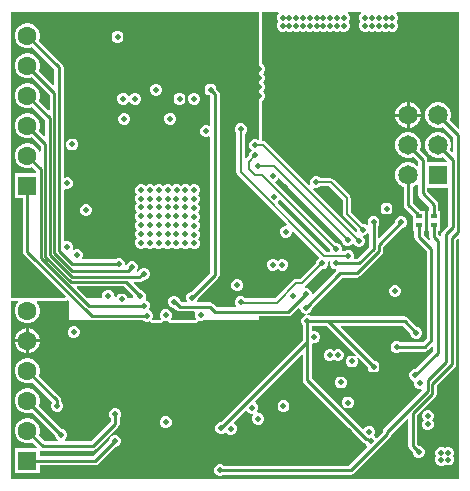
<source format=gbl>
G04*
G04 #@! TF.GenerationSoftware,Altium Limited,Altium Designer,21.6.1 (37)*
G04*
G04 Layer_Physical_Order=4*
G04 Layer_Color=16711680*
%FSLAX25Y25*%
%MOIN*%
G70*
G04*
G04 #@! TF.SameCoordinates,953C7FF0-8441-463C-8B19-84221F089CF9*
G04*
G04*
G04 #@! TF.FilePolarity,Positive*
G04*
G01*
G75*
%ADD11C,0.00787*%
%ADD15R,0.01968X0.01575*%
%ADD57C,0.01000*%
%ADD58C,0.00512*%
%ADD68C,0.06299*%
%ADD69R,0.06299X0.06299*%
%ADD70C,0.06496*%
%ADD71R,0.06496X0.06496*%
%ADD72C,0.01968*%
G36*
X515551Y287481D02*
X515089Y287290D01*
X512366Y290013D01*
X512423Y290112D01*
X512713Y291193D01*
Y292311D01*
X512423Y293392D01*
X511864Y294360D01*
X511073Y295151D01*
X510104Y295710D01*
X509024Y296000D01*
X507905D01*
X506825Y295710D01*
X505856Y295151D01*
X505065Y294360D01*
X504506Y293392D01*
X504216Y292311D01*
Y291193D01*
X504506Y290112D01*
X505065Y289144D01*
X505856Y288353D01*
X506825Y287793D01*
X507905Y287504D01*
X509024D01*
X510104Y287793D01*
X510203Y287850D01*
X513530Y284524D01*
Y279503D01*
X513068Y279312D01*
X512366Y280013D01*
X512423Y280112D01*
X512713Y281193D01*
Y282311D01*
X512423Y283392D01*
X511864Y284360D01*
X511073Y285151D01*
X510104Y285711D01*
X509024Y286000D01*
X507905D01*
X506825Y285711D01*
X505856Y285151D01*
X505065Y284360D01*
X504506Y283392D01*
X504216Y282311D01*
Y281193D01*
X504506Y280112D01*
X505065Y279144D01*
X505856Y278353D01*
X506825Y277793D01*
X507905Y277504D01*
X509024D01*
X510104Y277793D01*
X510203Y277851D01*
X511554Y276500D01*
X511347Y276000D01*
X504782D01*
Y276964D01*
X504665Y277550D01*
X504334Y278046D01*
X502366Y280013D01*
X502423Y280112D01*
X502713Y281193D01*
Y282311D01*
X502423Y283392D01*
X501864Y284360D01*
X501073Y285151D01*
X500104Y285711D01*
X499024Y286000D01*
X497905D01*
X496825Y285711D01*
X495856Y285151D01*
X495065Y284360D01*
X494506Y283392D01*
X494216Y282311D01*
Y281193D01*
X494506Y280112D01*
X495065Y279144D01*
X495856Y278353D01*
X496825Y277793D01*
X497905Y277504D01*
X499024D01*
X500104Y277793D01*
X500203Y277851D01*
X501723Y276331D01*
Y275155D01*
X501261Y274963D01*
X501073Y275151D01*
X500104Y275711D01*
X499024Y276000D01*
X497905D01*
X496825Y275711D01*
X495856Y275151D01*
X495065Y274360D01*
X494506Y273392D01*
X494216Y272311D01*
Y271193D01*
X494506Y270112D01*
X495065Y269144D01*
X495856Y268353D01*
X496825Y267793D01*
X496935Y267764D01*
Y261772D01*
X497052Y261186D01*
X497383Y260690D01*
X500083Y257991D01*
Y253232D01*
X500560D01*
Y251159D01*
X500676Y250574D01*
X501008Y250078D01*
X504671Y246414D01*
Y217366D01*
X503303Y215998D01*
X495863D01*
X495711Y216151D01*
X494981Y216453D01*
X494192D01*
X493463Y216151D01*
X492904Y215593D01*
X492602Y214863D01*
Y214074D01*
X492904Y213345D01*
X493463Y212786D01*
X494192Y212484D01*
X494981D01*
X495711Y212786D01*
X495863Y212939D01*
X503937D01*
X504522Y213055D01*
X505019Y213387D01*
X506276Y214645D01*
X506738Y214454D01*
Y213232D01*
X500609Y207102D01*
X500393D01*
X499663Y206800D01*
X499105Y206242D01*
X498803Y205513D01*
Y204723D01*
X499105Y203994D01*
X499663Y203436D01*
X499972Y203308D01*
X500286Y202785D01*
Y201996D01*
X500588Y201267D01*
X501146Y200709D01*
X501876Y200406D01*
X502665D01*
X502862Y200488D01*
X503145Y200064D01*
X490391Y187310D01*
X490391Y187310D01*
X490391Y187310D01*
X490059Y186814D01*
X489943Y186229D01*
Y186039D01*
X488105Y184201D01*
X487500Y184303D01*
X487313Y184489D01*
X487214Y185097D01*
X487516Y185826D01*
Y186615D01*
X487214Y187345D01*
X486656Y187903D01*
X485926Y188205D01*
X485137D01*
X484408Y187903D01*
X483849Y187345D01*
X483799Y187223D01*
X483309Y187126D01*
X466392Y204043D01*
Y215500D01*
X466739Y215732D01*
X467528D01*
X468258Y216034D01*
X468816Y216593D01*
X469118Y217322D01*
Y218111D01*
X468816Y218841D01*
X468258Y219399D01*
X467528Y219701D01*
X466739D01*
X466392Y219933D01*
Y221601D01*
X471118D01*
X480915Y211804D01*
X480632Y211380D01*
X480028Y211630D01*
X479239D01*
X478510Y211328D01*
X477952Y210770D01*
X477650Y210040D01*
Y209251D01*
X477952Y208522D01*
X478510Y207963D01*
X479239Y207661D01*
X480028D01*
X480758Y207963D01*
X481316Y208522D01*
X481618Y209251D01*
Y210040D01*
X481368Y210644D01*
X481792Y210927D01*
X484925Y207794D01*
Y207578D01*
X485227Y206849D01*
X485785Y206290D01*
X486515Y205988D01*
X487304D01*
X488033Y206290D01*
X488592Y206849D01*
X488894Y207578D01*
Y208367D01*
X488592Y209096D01*
X488033Y209655D01*
X487304Y209957D01*
X487088D01*
X475906Y221139D01*
X476097Y221601D01*
X496611D01*
X499197Y219014D01*
Y218798D01*
X499499Y218069D01*
X500057Y217511D01*
X500786Y217209D01*
X501576D01*
X502305Y217511D01*
X502863Y218069D01*
X503165Y218798D01*
Y219588D01*
X502863Y220317D01*
X502305Y220875D01*
X501576Y221177D01*
X501360D01*
X498325Y224211D01*
X497829Y224543D01*
X497244Y224659D01*
X466139D01*
X465986Y224812D01*
X465257Y225114D01*
X464959D01*
X464860Y225614D01*
X465494Y225877D01*
X466052Y226435D01*
X466354Y227164D01*
Y227380D01*
X476519Y237545D01*
X481299D01*
X481884Y237662D01*
X482381Y237993D01*
X489719Y245332D01*
X490051Y245828D01*
X490167Y246413D01*
Y247847D01*
X496340Y254020D01*
X496556D01*
X497285Y254322D01*
X497844Y254880D01*
X498146Y255609D01*
Y256399D01*
X497844Y257128D01*
X497285Y257686D01*
X496556Y257988D01*
X495767D01*
X495037Y257686D01*
X494479Y257128D01*
X494177Y256399D01*
Y256183D01*
X488901Y250906D01*
X488439Y251097D01*
Y254826D01*
X488592Y254978D01*
X488894Y255708D01*
Y256497D01*
X488592Y257226D01*
X488033Y257785D01*
X487304Y258087D01*
X486515D01*
X485785Y257785D01*
X485227Y257226D01*
X484925Y256497D01*
Y255708D01*
X485004Y255517D01*
X484580Y255234D01*
X484490Y255324D01*
X483761Y255626D01*
X483193D01*
X479332Y259487D01*
Y264075D01*
X479234Y264565D01*
X478957Y264980D01*
X473642Y270295D01*
X473226Y270573D01*
X472736Y270670D01*
X469242D01*
X468841Y271072D01*
X468111Y271374D01*
X467322D01*
X466593Y271072D01*
X466034Y270514D01*
X465732Y269784D01*
Y268995D01*
X465818Y268789D01*
X465394Y268506D01*
X451202Y282698D01*
X450741Y283006D01*
X450197Y283114D01*
X450137D01*
X450117Y283126D01*
X450002Y283234D01*
X449873Y283425D01*
X449803Y283614D01*
X449819Y283653D01*
Y283753D01*
X449838Y283852D01*
Y296503D01*
X449943Y296546D01*
X450501Y297104D01*
X450803Y297834D01*
Y298623D01*
X450501Y299352D01*
X450149Y299705D01*
X450501Y300057D01*
X450803Y300786D01*
Y301576D01*
X450501Y302305D01*
X450149Y302658D01*
X450501Y303010D01*
X450803Y303739D01*
Y304528D01*
X450501Y305258D01*
X450149Y305610D01*
X450501Y305963D01*
X450803Y306692D01*
Y307481D01*
X450501Y308211D01*
X449943Y308769D01*
X449838Y308812D01*
Y326181D01*
X455050D01*
X455257Y325681D01*
X454912Y325337D01*
X454610Y324607D01*
Y323818D01*
X454912Y323089D01*
X455117Y322884D01*
X454912Y322679D01*
X454610Y321950D01*
Y321160D01*
X454912Y320431D01*
X455471Y319873D01*
X456200Y319571D01*
X456989D01*
X457719Y319873D01*
X457726Y319881D01*
X457734Y319873D01*
X458464Y319571D01*
X459253D01*
X459982Y319873D01*
X459990Y319881D01*
X459998Y319873D01*
X460727Y319571D01*
X461517D01*
X462246Y319873D01*
X462254Y319881D01*
X462262Y319873D01*
X462991Y319571D01*
X463780D01*
X464510Y319873D01*
X464518Y319881D01*
X464526Y319873D01*
X465255Y319571D01*
X466044D01*
X466774Y319873D01*
X466782Y319881D01*
X466789Y319873D01*
X467519Y319571D01*
X468308D01*
X469037Y319873D01*
X469045Y319881D01*
X469053Y319873D01*
X469782Y319571D01*
X470572D01*
X471301Y319873D01*
X471309Y319881D01*
X471317Y319873D01*
X472046Y319571D01*
X472836D01*
X473565Y319873D01*
X473573Y319881D01*
X473581Y319873D01*
X474310Y319571D01*
X475099D01*
X475829Y319873D01*
X475837Y319881D01*
X475844Y319873D01*
X476574Y319571D01*
X477363D01*
X478092Y319873D01*
X478651Y320431D01*
X478953Y321160D01*
Y321950D01*
X478651Y322679D01*
X478446Y322884D01*
X478651Y323089D01*
X478953Y323818D01*
Y324607D01*
X478651Y325337D01*
X478306Y325681D01*
X478513Y326181D01*
X482609D01*
X482816Y325681D01*
X482471Y325337D01*
X482169Y324607D01*
Y323818D01*
X482471Y323089D01*
X482676Y322884D01*
X482471Y322679D01*
X482169Y321950D01*
Y321160D01*
X482471Y320431D01*
X483030Y319873D01*
X483759Y319571D01*
X484548D01*
X485278Y319873D01*
X485285Y319881D01*
X485293Y319873D01*
X486023Y319571D01*
X486812D01*
X487541Y319873D01*
X487549Y319881D01*
X487557Y319873D01*
X488286Y319571D01*
X489076D01*
X489805Y319873D01*
X489813Y319881D01*
X489821Y319873D01*
X490550Y319571D01*
X491340D01*
X492069Y319873D01*
X492077Y319881D01*
X492085Y319873D01*
X492814Y319571D01*
X493603D01*
X494333Y319873D01*
X494891Y320431D01*
X495193Y321160D01*
Y321950D01*
X494891Y322679D01*
X494686Y322884D01*
X494891Y323089D01*
X495193Y323818D01*
Y324607D01*
X494891Y325337D01*
X494546Y325681D01*
X494753Y326181D01*
X515551D01*
Y287481D01*
D02*
G37*
G36*
X448819Y283852D02*
X448319Y283518D01*
X447934Y283677D01*
X447145D01*
X446415Y283375D01*
X445857Y282817D01*
X445555Y282088D01*
Y281298D01*
X445857Y280569D01*
X446308Y280118D01*
X445759Y279569D01*
X445457Y278840D01*
Y278470D01*
X444539Y277553D01*
X444039Y277760D01*
Y285623D01*
X444300Y285884D01*
X444602Y286613D01*
Y287403D01*
X444300Y288132D01*
X443742Y288690D01*
X443013Y288992D01*
X442223D01*
X441494Y288690D01*
X440936Y288132D01*
X440634Y287403D01*
Y286613D01*
X440936Y285884D01*
X441197Y285623D01*
Y272736D01*
X441305Y272192D01*
X441613Y271731D01*
X457908Y255437D01*
X457701Y254937D01*
X457282D01*
X456553Y254635D01*
X455995Y254077D01*
X455693Y253347D01*
Y252558D01*
X455995Y251829D01*
X456553Y251271D01*
X457282Y250969D01*
X458072D01*
X458801Y251271D01*
X459359Y251829D01*
X459661Y252558D01*
Y252976D01*
X460161Y253183D01*
X463204Y250141D01*
Y250141D01*
X463204Y250141D01*
X468810Y244534D01*
X468762Y244047D01*
X468659Y244005D01*
X468101Y243447D01*
X467799Y242718D01*
Y242348D01*
X462537Y237086D01*
X461146D01*
X460602Y236977D01*
X460141Y236669D01*
X454180Y230709D01*
X448819D01*
Y230653D01*
X444102D01*
X443742Y231013D01*
X443013Y231315D01*
X442223D01*
X441494Y231013D01*
X440936Y230455D01*
X440634Y229725D01*
Y228936D01*
X440936Y228207D01*
X440970Y228172D01*
X440779Y227711D01*
X434787D01*
X433562Y228936D01*
X433066Y229267D01*
X432480Y229384D01*
X428316D01*
X428131Y229884D01*
X428411Y230560D01*
Y230776D01*
X435137Y237501D01*
X435468Y237997D01*
X435584Y238583D01*
Y298819D01*
X435468Y299404D01*
X435137Y299900D01*
X434563Y300474D01*
Y300690D01*
X434261Y301419D01*
X433703Y301977D01*
X432973Y302279D01*
X432184D01*
X431455Y301977D01*
X430897Y301419D01*
X430594Y300690D01*
Y299901D01*
X430897Y299171D01*
X431455Y298613D01*
X432184Y298311D01*
X432400D01*
X432526Y298185D01*
Y288430D01*
X432026Y288166D01*
X431485Y288390D01*
X430696D01*
X429967Y288088D01*
X429408Y287529D01*
X429106Y286800D01*
Y286011D01*
X429408Y285281D01*
X429967Y284723D01*
X430696Y284421D01*
X431485D01*
X432026Y284645D01*
X432526Y284381D01*
Y239216D01*
X426249Y232939D01*
X426032D01*
X425303Y232637D01*
X424745Y232079D01*
X424443Y231349D01*
Y230560D01*
X424723Y229884D01*
X424539Y229384D01*
X422943D01*
X422326Y230001D01*
X422056Y230651D01*
X421498Y231210D01*
X420769Y231512D01*
X419979D01*
X419250Y231210D01*
X418692Y230651D01*
X418390Y229922D01*
Y229133D01*
X418692Y228404D01*
X419250Y227845D01*
X419979Y227543D01*
X420457D01*
X421228Y226773D01*
X421724Y226441D01*
X422309Y226325D01*
X427196D01*
X427525Y225825D01*
X427347Y225395D01*
Y224605D01*
X427628Y223925D01*
X427446Y223425D01*
X419503D01*
X419321Y223925D01*
X419602Y224605D01*
Y225395D01*
X419300Y226124D01*
X418742Y226682D01*
X418013Y226984D01*
X417223D01*
X416494Y226682D01*
X415936Y226124D01*
X415634Y225395D01*
Y224605D01*
X415916Y223925D01*
X415733Y223425D01*
X413400D01*
X413161Y223925D01*
X413402Y224507D01*
Y225296D01*
X413099Y226026D01*
X412541Y226584D01*
X412320Y226675D01*
X412142Y227189D01*
X412417Y227853D01*
Y228643D01*
X412115Y229372D01*
X411557Y229930D01*
X411024Y230151D01*
Y230906D01*
X411024D01*
X410922Y231057D01*
X410941Y231101D01*
Y231891D01*
X410639Y232620D01*
X410081Y233178D01*
X409351Y233480D01*
X409135D01*
X406910Y235705D01*
X407101Y236168D01*
X408891D01*
X409477Y236284D01*
X409973Y236615D01*
X410251Y236894D01*
X410729D01*
X411459Y237196D01*
X412017Y237754D01*
X412319Y238483D01*
Y239273D01*
X412017Y240002D01*
X411459Y240560D01*
X410729Y240862D01*
X409940D01*
X409211Y240560D01*
X408652Y240002D01*
X408446Y239503D01*
X408283Y239490D01*
X408083Y239925D01*
X408086Y240001D01*
X408111Y240026D01*
X408413Y240755D01*
Y241544D01*
X408111Y242274D01*
X407553Y242832D01*
X406824Y243134D01*
X406034D01*
X405305Y242832D01*
X404747Y242274D01*
X404534Y241761D01*
X404453Y241750D01*
X403953Y242187D01*
Y242521D01*
X403651Y243250D01*
X403092Y243808D01*
X402363Y244110D01*
X401574D01*
X400844Y243808D01*
X400692Y243655D01*
X390028D01*
X389757Y244155D01*
X389976Y244684D01*
Y245473D01*
X389674Y246203D01*
X389116Y246761D01*
X388387Y247063D01*
X387597D01*
X387132Y246870D01*
X386749Y247253D01*
X386827Y247440D01*
Y248229D01*
X386525Y248959D01*
X385966Y249517D01*
X385237Y249819D01*
X384448D01*
X384116Y249681D01*
X383616Y250015D01*
Y266774D01*
X384116Y267108D01*
X384349Y267012D01*
X385139D01*
X385868Y267314D01*
X386426Y267872D01*
X386728Y268601D01*
Y269391D01*
X386426Y270120D01*
X385868Y270678D01*
X385139Y270980D01*
X384349D01*
X384116Y270884D01*
X383616Y271218D01*
Y307658D01*
X383500Y308243D01*
X383168Y308739D01*
X375384Y316523D01*
X375422Y316587D01*
X375705Y317643D01*
Y318735D01*
X375422Y319791D01*
X374876Y320737D01*
X374103Y321510D01*
X373157Y322056D01*
X372101Y322339D01*
X371009D01*
X369953Y322056D01*
X369007Y321510D01*
X368235Y320737D01*
X367688Y319791D01*
X367406Y318735D01*
Y317643D01*
X367688Y316587D01*
X368235Y315641D01*
X369007Y314868D01*
X369953Y314322D01*
X371009Y314039D01*
X372101D01*
X373157Y314322D01*
X373222Y314360D01*
X380557Y307024D01*
Y302003D01*
X380095Y301812D01*
X375384Y306522D01*
X375422Y306587D01*
X375705Y307643D01*
Y308735D01*
X375422Y309791D01*
X374876Y310737D01*
X374103Y311509D01*
X373157Y312056D01*
X372101Y312339D01*
X371009D01*
X369953Y312056D01*
X369007Y311509D01*
X368235Y310737D01*
X367688Y309791D01*
X367406Y308735D01*
Y307643D01*
X367688Y306587D01*
X368235Y305641D01*
X369007Y304869D01*
X369953Y304322D01*
X371009Y304039D01*
X372101D01*
X373157Y304322D01*
X373222Y304360D01*
X378998Y298583D01*
Y293562D01*
X378536Y293371D01*
X375384Y296522D01*
X375422Y296587D01*
X375705Y297643D01*
Y298735D01*
X375422Y299791D01*
X374876Y300737D01*
X374103Y301509D01*
X373157Y302056D01*
X372101Y302339D01*
X371009D01*
X369953Y302056D01*
X369007Y301509D01*
X368235Y300737D01*
X367688Y299791D01*
X367406Y298735D01*
Y297643D01*
X367688Y296587D01*
X368235Y295641D01*
X369007Y294868D01*
X369953Y294322D01*
X371009Y294039D01*
X372101D01*
X373157Y294322D01*
X373222Y294360D01*
X377486Y290095D01*
Y285074D01*
X377024Y284883D01*
X375384Y286523D01*
X375422Y286587D01*
X375705Y287643D01*
Y288735D01*
X375422Y289791D01*
X374876Y290737D01*
X374103Y291510D01*
X373157Y292056D01*
X372101Y292339D01*
X371009D01*
X369953Y292056D01*
X369007Y291510D01*
X368235Y290737D01*
X367688Y289791D01*
X367406Y288735D01*
Y287643D01*
X367688Y286587D01*
X368235Y285641D01*
X369007Y284869D01*
X369953Y284322D01*
X371009Y284039D01*
X372101D01*
X373157Y284322D01*
X373222Y284360D01*
X375974Y281607D01*
Y279660D01*
X375475Y279594D01*
X375422Y279791D01*
X374876Y280737D01*
X374103Y281509D01*
X373157Y282056D01*
X372101Y282339D01*
X371009D01*
X369953Y282056D01*
X369007Y281509D01*
X368235Y280737D01*
X367688Y279791D01*
X367406Y278735D01*
Y277643D01*
X367688Y276587D01*
X368235Y275641D01*
X369007Y274868D01*
X369953Y274322D01*
X371009Y274039D01*
X372101D01*
X373157Y274322D01*
X373222Y274360D01*
X374463Y273118D01*
Y272339D01*
X367406D01*
Y264039D01*
X370026D01*
Y246298D01*
X370142Y245713D01*
X370474Y245217D01*
X384323Y231367D01*
X384132Y230906D01*
X366142D01*
Y326181D01*
X448819D01*
Y283852D01*
D02*
G37*
G36*
X476771Y263544D02*
Y258957D01*
X476868Y258467D01*
X477146Y258051D01*
X481382Y253815D01*
Y253247D01*
X481398Y253209D01*
X480974Y252925D01*
X466832Y267067D01*
X467115Y267491D01*
X467322Y267406D01*
X468111D01*
X468841Y267708D01*
X469242Y268109D01*
X472206D01*
X476771Y263544D01*
D02*
G37*
G36*
X511758Y254964D02*
X509942Y253148D01*
X509611Y252652D01*
X509494Y252067D01*
Y251545D01*
X508994Y251338D01*
X508518Y251815D01*
Y253232D01*
X508972D01*
Y256382D01*
Y259957D01*
X508518D01*
Y261910D01*
X508401Y262495D01*
X508070Y262991D01*
X504782Y266279D01*
Y267504D01*
X511758D01*
Y254964D01*
D02*
G37*
G36*
X501723Y268349D02*
Y265646D01*
X501839Y265060D01*
X502171Y264564D01*
X505459Y261276D01*
Y259957D01*
X505004D01*
Y256382D01*
Y253232D01*
X505459D01*
Y251181D01*
X505575Y250596D01*
X505682Y250436D01*
X505294Y250117D01*
X503618Y251792D01*
Y253232D01*
X504051D01*
Y256382D01*
Y259957D01*
X502442D01*
X499994Y262405D01*
Y267764D01*
X500104Y267793D01*
X501073Y268353D01*
X501261Y268541D01*
X501723Y268349D01*
D02*
G37*
G36*
X472524Y247022D02*
Y246653D01*
X472290Y246303D01*
X471061D01*
X454970Y262393D01*
X455004Y262930D01*
X455525Y263450D01*
X456001Y263545D01*
X472524Y247022D01*
D02*
G37*
G36*
X476362Y249975D02*
Y249605D01*
X476664Y248876D01*
X477222Y248318D01*
X477952Y248016D01*
X478741D01*
X479470Y248318D01*
X479854Y248701D01*
X480372Y248680D01*
X480445Y248639D01*
X480963Y248121D01*
X481692Y247819D01*
X482481D01*
X483211Y248121D01*
X483769Y248679D01*
X484071Y249409D01*
Y250198D01*
X483769Y250927D01*
X483538Y251157D01*
X483745Y251658D01*
X483761D01*
X484490Y251960D01*
X484880Y252349D01*
X485380Y252142D01*
Y247779D01*
X481453Y243852D01*
X480715D01*
X480437Y244268D01*
X480528Y244487D01*
Y245277D01*
X480226Y246006D01*
X479667Y246564D01*
X478938Y246866D01*
X478149D01*
X477419Y246564D01*
X477190Y246335D01*
X476684Y246365D01*
X476492Y246653D01*
Y247442D01*
X476190Y248171D01*
X475632Y248729D01*
X474903Y249031D01*
X474533D01*
X454209Y269356D01*
X454307Y269846D01*
X454372Y269873D01*
X454930Y270431D01*
X455044Y270705D01*
X455534Y270803D01*
X476362Y249975D01*
D02*
G37*
G36*
X472560Y242805D02*
X472524Y242718D01*
Y241928D01*
X472826Y241199D01*
X473384Y240641D01*
X474113Y240339D01*
X474280D01*
X474487Y239839D01*
X466816Y232168D01*
X466354Y232360D01*
Y232481D01*
X466052Y233211D01*
X465494Y233769D01*
X464765Y234071D01*
X464149D01*
X463997Y234571D01*
X464130Y234660D01*
X469809Y240339D01*
X470178D01*
X470907Y240641D01*
X471466Y241199D01*
X471768Y241928D01*
Y242718D01*
X471732Y242805D01*
X472030Y243251D01*
X472262D01*
X472560Y242805D01*
D02*
G37*
G36*
X406884Y231405D02*
X406760Y230906D01*
X404856D01*
X404635Y231439D01*
X404077Y231997D01*
X403347Y232299D01*
X402558D01*
X401829Y231997D01*
X401271Y231439D01*
X401135Y231111D01*
X400967Y231101D01*
X400508Y231555D01*
Y231989D01*
X400206Y232718D01*
X399648Y233277D01*
X398918Y233579D01*
X398129D01*
X397400Y233277D01*
X396842Y232718D01*
X396539Y231989D01*
Y231200D01*
X396343Y230906D01*
X391249D01*
X387960Y234194D01*
X388152Y234656D01*
X403634D01*
X406884Y231405D01*
D02*
G37*
G36*
X515551Y250629D02*
Y170374D01*
X366142D01*
Y229886D01*
X368344D01*
X368536Y229424D01*
X368235Y229123D01*
X367688Y228176D01*
X367406Y227121D01*
Y226028D01*
X367688Y224973D01*
X368235Y224027D01*
X369007Y223254D01*
X369953Y222708D01*
X371009Y222425D01*
X372101D01*
X373157Y222708D01*
X374103Y223254D01*
X374876Y224027D01*
X375422Y224973D01*
X375705Y226028D01*
Y227121D01*
X375422Y228176D01*
X374876Y229123D01*
X374574Y229424D01*
X374766Y229886D01*
X384132D01*
X384522Y229963D01*
X384853Y230185D01*
X384955Y230195D01*
X385447Y229758D01*
Y223425D01*
X392685D01*
X392952Y223372D01*
X410141D01*
X410293Y223219D01*
X411023Y222917D01*
X411812D01*
X412397Y223160D01*
X412481Y222984D01*
X412584Y222847D01*
X412679Y222704D01*
X412703Y222689D01*
X412720Y222666D01*
X412867Y222579D01*
X413010Y222483D01*
X413038Y222478D01*
X413062Y222463D01*
X413232Y222439D01*
X413400Y222406D01*
X415733D01*
X415756Y222410D01*
X415778Y222407D01*
X415950Y222449D01*
X416124Y222483D01*
X416142Y222496D01*
X416164Y222501D01*
X416307Y222606D01*
X416454Y222704D01*
X416467Y222723D01*
X416485Y222736D01*
X416577Y222888D01*
X416676Y223035D01*
X417153Y223045D01*
X417223Y223016D01*
X418013D01*
X418083Y223045D01*
X418561Y223035D01*
X418659Y222888D01*
X418751Y222736D01*
X418769Y222723D01*
X418782Y222704D01*
X418929Y222606D01*
X419072Y222501D01*
X419094Y222496D01*
X419113Y222483D01*
X419286Y222449D01*
X419458Y222407D01*
X419481Y222410D01*
X419503Y222406D01*
X427446D01*
X427468Y222410D01*
X427490Y222407D01*
X427662Y222449D01*
X427836Y222483D01*
X427855Y222496D01*
X427877Y222501D01*
X428020Y222606D01*
X428167Y222704D01*
X428180Y222723D01*
X428198Y222736D01*
X428290Y222888D01*
X428388Y223035D01*
X428866Y223045D01*
X428936Y223016D01*
X429725D01*
X430455Y223318D01*
X430562Y223425D01*
X448819D01*
Y224652D01*
X458465D01*
X459050Y224768D01*
X459546Y225100D01*
X461924Y227478D01*
X462386Y227286D01*
Y227164D01*
X462688Y226435D01*
X463246Y225877D01*
X463975Y225575D01*
X464273D01*
X464372Y225075D01*
X463738Y224812D01*
X463180Y224254D01*
X462878Y223525D01*
Y222735D01*
X463180Y222006D01*
X463333Y221853D01*
Y216677D01*
X435981Y189325D01*
X435765D01*
X435036Y189023D01*
X434478Y188465D01*
X434176Y187736D01*
Y186946D01*
X434478Y186217D01*
X435036Y185659D01*
X435765Y185357D01*
X436555D01*
X437284Y185659D01*
X437685Y186060D01*
X438167Y185577D01*
X438896Y185275D01*
X439686D01*
X440415Y185577D01*
X440973Y186135D01*
X441275Y186865D01*
Y187654D01*
X440973Y188383D01*
X440415Y188942D01*
X440333Y189352D01*
X444343Y193361D01*
X444833Y193263D01*
X444873Y193167D01*
X445431Y192609D01*
X446160Y192307D01*
X446766D01*
X446990Y191824D01*
X446841Y191675D01*
X446539Y190946D01*
Y190156D01*
X446841Y189427D01*
X447400Y188869D01*
X448129Y188567D01*
X448918D01*
X449648Y188869D01*
X450206Y189427D01*
X450508Y190156D01*
Y190946D01*
X450206Y191675D01*
X449648Y192233D01*
X448918Y192535D01*
X448313D01*
X448089Y193019D01*
X448237Y193167D01*
X448539Y193897D01*
Y194686D01*
X448237Y195415D01*
X447679Y195974D01*
X447583Y196013D01*
X447485Y196504D01*
X462871Y211889D01*
X463333Y211698D01*
Y203409D01*
X463449Y202824D01*
X463781Y202328D01*
X483241Y182867D01*
X483738Y182536D01*
X484023Y182479D01*
X484243Y181947D01*
X484801Y181389D01*
X484883Y180979D01*
X478859Y174955D01*
X437005D01*
X436852Y175107D01*
X436123Y175409D01*
X435334D01*
X434604Y175107D01*
X434046Y174549D01*
X433744Y173820D01*
Y173030D01*
X434046Y172301D01*
X434604Y171743D01*
X435334Y171441D01*
X436123D01*
X436852Y171743D01*
X437005Y171896D01*
X479492D01*
X479492Y171896D01*
X480077Y172012D01*
X480574Y172344D01*
X492554Y184324D01*
X492885Y184820D01*
X493002Y185406D01*
Y185595D01*
X498009Y190602D01*
X498471Y190411D01*
Y181430D01*
X498587Y180845D01*
X498919Y180349D01*
X500017Y179250D01*
Y179034D01*
X500319Y178305D01*
X500877Y177747D01*
X501606Y177445D01*
X502396D01*
X503125Y177747D01*
X503683Y178305D01*
X503985Y179034D01*
Y179824D01*
X503683Y180553D01*
X503125Y181111D01*
X502396Y181413D01*
X502180D01*
X501529Y182064D01*
Y191788D01*
X507514Y197773D01*
X507846Y198269D01*
X507963Y198854D01*
Y201666D01*
X514074Y207777D01*
X514405Y208273D01*
X514522Y208858D01*
Y250252D01*
X515089Y250820D01*
X515551Y250629D01*
D02*
G37*
%LPC*%
G36*
X499024Y296000D02*
X498965D01*
Y292252D01*
X502713D01*
Y292311D01*
X502423Y293392D01*
X501864Y294360D01*
X501073Y295151D01*
X500104Y295710D01*
X499024Y296000D01*
D02*
G37*
G36*
X497964D02*
X497905D01*
X496825Y295710D01*
X495856Y295151D01*
X495065Y294360D01*
X494506Y293392D01*
X494216Y292311D01*
Y292252D01*
X497964D01*
Y296000D01*
D02*
G37*
G36*
X502713Y291252D02*
X498965D01*
Y287504D01*
X499024D01*
X500104Y287793D01*
X501073Y288353D01*
X501864Y289144D01*
X502423Y290112D01*
X502713Y291193D01*
Y291252D01*
D02*
G37*
G36*
X497964D02*
X494216D01*
Y291193D01*
X494506Y290112D01*
X495065Y289144D01*
X495856Y288353D01*
X496825Y287793D01*
X497905Y287504D01*
X497964D01*
Y291252D01*
D02*
G37*
G36*
X491635Y262614D02*
X490845D01*
X490116Y262312D01*
X489558Y261754D01*
X489256Y261025D01*
Y260235D01*
X489558Y259506D01*
X490116Y258948D01*
X490845Y258646D01*
X491635D01*
X492364Y258948D01*
X492922Y259506D01*
X493224Y260235D01*
Y261025D01*
X492922Y261754D01*
X492364Y262312D01*
X491635Y262614D01*
D02*
G37*
G36*
X494489Y235154D02*
X493700D01*
X492971Y234852D01*
X492412Y234293D01*
X492110Y233564D01*
Y232775D01*
X492412Y232045D01*
X492971Y231487D01*
X493700Y231185D01*
X494489D01*
X495219Y231487D01*
X495777Y232045D01*
X496079Y232775D01*
Y233564D01*
X495777Y234293D01*
X495219Y234852D01*
X494489Y235154D01*
D02*
G37*
G36*
X475485Y213697D02*
X474696D01*
X473967Y213395D01*
X473713Y213141D01*
X473459Y213395D01*
X472729Y213697D01*
X471940D01*
X471211Y213395D01*
X470652Y212837D01*
X470350Y212107D01*
Y211318D01*
X470652Y210589D01*
X471211Y210030D01*
X471940Y209728D01*
X472729D01*
X473459Y210030D01*
X473713Y210284D01*
X473967Y210030D01*
X474696Y209728D01*
X475485D01*
X476215Y210030D01*
X476773Y210589D01*
X477075Y211318D01*
Y212107D01*
X476773Y212837D01*
X476215Y213395D01*
X475485Y213697D01*
D02*
G37*
G36*
X476379Y204642D02*
X475590D01*
X474860Y204340D01*
X474302Y203782D01*
X474000Y203052D01*
Y202263D01*
X474302Y201534D01*
X474860Y200975D01*
X475590Y200673D01*
X476379D01*
X477108Y200975D01*
X477666Y201534D01*
X477969Y202263D01*
Y203052D01*
X477666Y203782D01*
X477108Y204340D01*
X476379Y204642D01*
D02*
G37*
G36*
X478741Y197949D02*
X477952D01*
X477222Y197647D01*
X476664Y197089D01*
X476362Y196359D01*
Y195570D01*
X476664Y194841D01*
X477222Y194282D01*
X477952Y193980D01*
X478741D01*
X479470Y194282D01*
X480029Y194841D01*
X480331Y195570D01*
Y196359D01*
X480029Y197089D01*
X479470Y197647D01*
X478741Y197949D01*
D02*
G37*
G36*
X401969Y319898D02*
X401180D01*
X400451Y319596D01*
X399893Y319037D01*
X399590Y318308D01*
Y317519D01*
X399893Y316789D01*
X400451Y316231D01*
X401180Y315929D01*
X401969D01*
X402699Y316231D01*
X403257Y316789D01*
X403559Y317519D01*
Y318308D01*
X403257Y319037D01*
X402699Y319596D01*
X401969Y319898D01*
D02*
G37*
G36*
X407875Y299228D02*
X407086D01*
X406356Y298926D01*
X405798Y298368D01*
X405762Y298280D01*
X405262D01*
X405226Y298368D01*
X404667Y298926D01*
X403938Y299228D01*
X403149D01*
X402419Y298926D01*
X401861Y298368D01*
X401559Y297639D01*
Y296849D01*
X401861Y296120D01*
X402419Y295562D01*
X403149Y295260D01*
X403938D01*
X404667Y295562D01*
X405226Y296120D01*
X405262Y296208D01*
X405762D01*
X405798Y296120D01*
X406356Y295562D01*
X407086Y295260D01*
X407875D01*
X408604Y295562D01*
X409163Y296120D01*
X409465Y296849D01*
Y297639D01*
X409163Y298368D01*
X408604Y298926D01*
X407875Y299228D01*
D02*
G37*
G36*
X414765Y302181D02*
X413975D01*
X413246Y301879D01*
X412688Y301321D01*
X412386Y300591D01*
Y299802D01*
X412688Y299073D01*
X413246Y298515D01*
X413975Y298213D01*
X414765D01*
X415494Y298515D01*
X416052Y299073D01*
X416354Y299802D01*
Y300591D01*
X416052Y301321D01*
X415494Y301879D01*
X414765Y302181D01*
D02*
G37*
G36*
X427560Y299228D02*
X426771D01*
X426041Y298926D01*
X425483Y298368D01*
X425181Y297639D01*
Y296849D01*
X425483Y296120D01*
X426041Y295562D01*
X426771Y295260D01*
X427560D01*
X428289Y295562D01*
X428848Y296120D01*
X429150Y296849D01*
Y297639D01*
X428848Y298368D01*
X428289Y298926D01*
X427560Y299228D01*
D02*
G37*
G36*
X422639D02*
X421849D01*
X421120Y298926D01*
X420562Y298368D01*
X420260Y297639D01*
Y296849D01*
X420562Y296120D01*
X421120Y295562D01*
X421849Y295260D01*
X422639D01*
X423368Y295562D01*
X423926Y296120D01*
X424228Y296849D01*
Y297639D01*
X423926Y298368D01*
X423368Y298926D01*
X422639Y299228D01*
D02*
G37*
G36*
X419588Y292535D02*
X418798D01*
X418069Y292233D01*
X417511Y291675D01*
X417209Y290946D01*
Y290157D01*
X417511Y289427D01*
X418069Y288869D01*
X418798Y288567D01*
X419588D01*
X420317Y288869D01*
X420875Y289427D01*
X421177Y290157D01*
Y290946D01*
X420875Y291675D01*
X420317Y292233D01*
X419588Y292535D01*
D02*
G37*
G36*
X404221Y292437D02*
X403432D01*
X402703Y292135D01*
X402145Y291577D01*
X401842Y290847D01*
Y290058D01*
X402145Y289329D01*
X402703Y288771D01*
X403432Y288469D01*
X404221D01*
X404951Y288771D01*
X405509Y289329D01*
X405811Y290058D01*
Y290847D01*
X405509Y291577D01*
X404951Y292135D01*
X404221Y292437D01*
D02*
G37*
G36*
X386910Y283972D02*
X386121D01*
X385392Y283670D01*
X384834Y283112D01*
X384531Y282383D01*
Y281593D01*
X384834Y280864D01*
X385392Y280306D01*
X386121Y280004D01*
X386910D01*
X387640Y280306D01*
X388198Y280864D01*
X388500Y281593D01*
Y282383D01*
X388198Y283112D01*
X387640Y283670D01*
X386910Y283972D01*
D02*
G37*
G36*
X427560Y268717D02*
X426771D01*
X426041Y268414D01*
X425689Y268062D01*
X425337Y268414D01*
X424607Y268717D01*
X423818D01*
X423089Y268414D01*
X422736Y268062D01*
X422384Y268414D01*
X421655Y268717D01*
X420865D01*
X420136Y268414D01*
X419783Y268062D01*
X419431Y268414D01*
X418702Y268717D01*
X417912D01*
X417183Y268414D01*
X416831Y268062D01*
X416478Y268414D01*
X415749Y268717D01*
X414960D01*
X414230Y268414D01*
X413878Y268062D01*
X413526Y268414D01*
X412796Y268717D01*
X412007D01*
X411278Y268414D01*
X410925Y268062D01*
X410573Y268414D01*
X409843Y268717D01*
X409054D01*
X408325Y268414D01*
X407767Y267856D01*
X407465Y267127D01*
Y266338D01*
X407767Y265608D01*
X408022Y265353D01*
X407743Y265074D01*
X407441Y264345D01*
Y263555D01*
X407743Y262826D01*
X408095Y262473D01*
X407743Y262121D01*
X407441Y261392D01*
Y260602D01*
X407743Y259873D01*
X408095Y259521D01*
X407743Y259168D01*
X407441Y258439D01*
Y257650D01*
X407743Y256920D01*
X408095Y256568D01*
X407743Y256216D01*
X407441Y255486D01*
Y254697D01*
X407743Y253967D01*
X408095Y253615D01*
X407743Y253263D01*
X407441Y252534D01*
Y251744D01*
X407743Y251015D01*
X408095Y250662D01*
X407743Y250310D01*
X407441Y249581D01*
Y248791D01*
X407743Y248062D01*
X408301Y247504D01*
X409030Y247202D01*
X409820D01*
X410549Y247504D01*
X410902Y247856D01*
X411254Y247504D01*
X411983Y247202D01*
X412773D01*
X413502Y247504D01*
X413854Y247856D01*
X414207Y247504D01*
X414936Y247202D01*
X415725D01*
X416455Y247504D01*
X416807Y247856D01*
X417160Y247504D01*
X417889Y247202D01*
X418678D01*
X419407Y247504D01*
X419760Y247856D01*
X420112Y247504D01*
X420842Y247202D01*
X421631D01*
X422360Y247504D01*
X422713Y247856D01*
X423065Y247504D01*
X423794Y247202D01*
X424584D01*
X425313Y247504D01*
X425592Y247783D01*
X426041Y247334D01*
X426771Y247031D01*
X427560D01*
X428289Y247334D01*
X428848Y247892D01*
X429150Y248621D01*
Y249410D01*
X428848Y250140D01*
X428495Y250492D01*
X428848Y250845D01*
X429150Y251574D01*
Y252363D01*
X428848Y253093D01*
X428495Y253445D01*
X428848Y253797D01*
X429150Y254527D01*
Y255316D01*
X428848Y256045D01*
X428495Y256398D01*
X428848Y256750D01*
X429150Y257479D01*
Y258269D01*
X428848Y258998D01*
X428495Y259350D01*
X428848Y259703D01*
X429150Y260432D01*
Y261222D01*
X428848Y261951D01*
X428495Y262303D01*
X428848Y262655D01*
X429150Y263385D01*
Y264174D01*
X428848Y264903D01*
X428495Y265256D01*
X428848Y265608D01*
X429150Y266338D01*
Y267127D01*
X428848Y267856D01*
X428289Y268414D01*
X427560Y268717D01*
D02*
G37*
G36*
X391438Y262024D02*
X390649D01*
X389919Y261721D01*
X389361Y261163D01*
X389059Y260434D01*
Y259645D01*
X389361Y258915D01*
X389919Y258357D01*
X390649Y258055D01*
X391438D01*
X392167Y258357D01*
X392725Y258915D01*
X393028Y259645D01*
Y260434D01*
X392725Y261163D01*
X392167Y261721D01*
X391438Y262024D01*
D02*
G37*
G36*
X456891Y243915D02*
X456101D01*
X455372Y243613D01*
X454921Y243162D01*
X454470Y243613D01*
X453741Y243915D01*
X452952D01*
X452222Y243613D01*
X451664Y243055D01*
X451362Y242326D01*
Y241536D01*
X451664Y240807D01*
X452222Y240249D01*
X452952Y239947D01*
X453741D01*
X454470Y240249D01*
X454921Y240700D01*
X455372Y240249D01*
X456101Y239947D01*
X456891D01*
X457620Y240249D01*
X458178Y240807D01*
X458480Y241536D01*
Y242326D01*
X458178Y243055D01*
X457620Y243613D01*
X456891Y243915D01*
D02*
G37*
G36*
X441863Y236992D02*
X441074D01*
X440344Y236690D01*
X439786Y236132D01*
X439484Y235403D01*
Y234613D01*
X439786Y233884D01*
X440344Y233326D01*
X441074Y233024D01*
X441863D01*
X442592Y233326D01*
X443151Y233884D01*
X443453Y234613D01*
Y235403D01*
X443151Y236132D01*
X442592Y236690D01*
X441863Y236992D01*
D02*
G37*
G36*
X387385Y221391D02*
X386596D01*
X385867Y221089D01*
X385308Y220531D01*
X385006Y219802D01*
Y219012D01*
X385308Y218283D01*
X385867Y217725D01*
X386596Y217423D01*
X387385D01*
X388115Y217725D01*
X388673Y218283D01*
X388975Y219012D01*
Y219802D01*
X388673Y220531D01*
X388115Y221089D01*
X387385Y221391D01*
D02*
G37*
G36*
X372101Y220724D02*
X372055D01*
Y217075D01*
X375705D01*
Y217121D01*
X375422Y218177D01*
X374876Y219123D01*
X374103Y219895D01*
X373157Y220442D01*
X372101Y220724D01*
D02*
G37*
G36*
X371055D02*
X371009D01*
X369953Y220442D01*
X369007Y219895D01*
X368235Y219123D01*
X367688Y218177D01*
X367406Y217121D01*
Y217075D01*
X371055D01*
Y220724D01*
D02*
G37*
G36*
X375705Y216075D02*
X372055D01*
Y212425D01*
X372101D01*
X373157Y212708D01*
X374103Y213254D01*
X374876Y214027D01*
X375422Y214973D01*
X375705Y216028D01*
Y216075D01*
D02*
G37*
G36*
X371055D02*
X367406D01*
Y216028D01*
X367688Y214973D01*
X368235Y214027D01*
X369007Y213254D01*
X369953Y212708D01*
X371009Y212425D01*
X371055D01*
Y216075D01*
D02*
G37*
G36*
X372101Y210724D02*
X371009D01*
X369953Y210442D01*
X369007Y209895D01*
X368235Y209123D01*
X367688Y208176D01*
X367406Y207121D01*
Y206029D01*
X367688Y204973D01*
X368235Y204027D01*
X369007Y203254D01*
X369953Y202708D01*
X371009Y202425D01*
X372101D01*
X373157Y202708D01*
X373222Y202745D01*
X379781Y196186D01*
Y195927D01*
X379512Y195277D01*
Y194487D01*
X379814Y193758D01*
X380372Y193200D01*
X381101Y192898D01*
X381891D01*
X382620Y193200D01*
X383178Y193758D01*
X383480Y194487D01*
Y195277D01*
X383178Y196006D01*
X382840Y196344D01*
Y196819D01*
X382724Y197404D01*
X382392Y197901D01*
X375384Y204908D01*
X375422Y204973D01*
X375705Y206029D01*
Y207121D01*
X375422Y208176D01*
X374876Y209123D01*
X374103Y209895D01*
X373157Y210442D01*
X372101Y210724D01*
D02*
G37*
G36*
X457284Y196791D02*
X456495D01*
X455766Y196489D01*
X455207Y195931D01*
X454906Y195202D01*
Y194412D01*
X455207Y193683D01*
X455766Y193125D01*
X456495Y192823D01*
X457284D01*
X458014Y193125D01*
X458572Y193683D01*
X458874Y194412D01*
Y195202D01*
X458572Y195931D01*
X458014Y196489D01*
X457284Y196791D01*
D02*
G37*
G36*
X418013Y191354D02*
X417223D01*
X416494Y191052D01*
X415936Y190494D01*
X415634Y189765D01*
Y188975D01*
X415936Y188246D01*
X416494Y187688D01*
X417223Y187386D01*
X418013D01*
X418742Y187688D01*
X419300Y188246D01*
X419602Y188975D01*
Y189765D01*
X419300Y190494D01*
X418742Y191052D01*
X418013Y191354D01*
D02*
G37*
G36*
X505414Y193421D02*
X504625D01*
X503896Y193119D01*
X503337Y192561D01*
X503035Y191832D01*
Y191042D01*
X503337Y190313D01*
X503591Y190059D01*
X503337Y189805D01*
X503035Y189076D01*
Y188286D01*
X503337Y187557D01*
X503896Y186999D01*
X504625Y186697D01*
X505414D01*
X506144Y186999D01*
X506702Y187557D01*
X507004Y188286D01*
Y189076D01*
X506702Y189805D01*
X506448Y190059D01*
X506702Y190313D01*
X507004Y191042D01*
Y191832D01*
X506702Y192561D01*
X506144Y193119D01*
X505414Y193421D01*
D02*
G37*
G36*
X372101Y200724D02*
X371009D01*
X369953Y200442D01*
X369007Y199895D01*
X368235Y199123D01*
X367688Y198177D01*
X367406Y197121D01*
Y196028D01*
X367688Y194973D01*
X368235Y194027D01*
X369007Y193254D01*
X369953Y192708D01*
X371009Y192425D01*
X372101D01*
X373157Y192708D01*
X373184Y192724D01*
X380890Y185018D01*
Y184743D01*
X381192Y184014D01*
X381680Y183526D01*
X381615Y183195D01*
X381527Y183026D01*
X377267D01*
X375384Y184908D01*
X375422Y184973D01*
X375705Y186029D01*
Y187121D01*
X375422Y188177D01*
X374876Y189123D01*
X374103Y189895D01*
X373157Y190442D01*
X372101Y190724D01*
X371009D01*
X369953Y190442D01*
X369007Y189895D01*
X368235Y189123D01*
X367688Y188177D01*
X367406Y187121D01*
Y186029D01*
X367688Y184973D01*
X368235Y184027D01*
X369007Y183254D01*
X369953Y182708D01*
X371009Y182425D01*
X372101D01*
X373157Y182708D01*
X373222Y182745D01*
X374781Y181186D01*
X374589Y180724D01*
X367406D01*
Y172425D01*
X375705D01*
Y175045D01*
X394094D01*
X394680Y175162D01*
X395176Y175493D01*
X400868Y181185D01*
X401084D01*
X401813Y181487D01*
X402371Y182045D01*
X402673Y182775D01*
Y183564D01*
X402371Y184293D01*
X401813Y184851D01*
X401084Y185153D01*
X400294D01*
X399565Y184851D01*
X399007Y184293D01*
X398705Y183564D01*
Y183348D01*
X393461Y178104D01*
X375705D01*
Y179757D01*
X376205Y180052D01*
X376634Y179967D01*
X393307D01*
X393892Y180083D01*
X394389Y180415D01*
X401869Y187895D01*
X402200Y188391D01*
X402317Y188976D01*
Y190751D01*
X402470Y190904D01*
X402772Y191633D01*
Y192422D01*
X402470Y193151D01*
X401911Y193710D01*
X401182Y194012D01*
X400393D01*
X399663Y193710D01*
X399105Y193151D01*
X398803Y192422D01*
Y191633D01*
X399105Y190904D01*
X399258Y190751D01*
Y189610D01*
X392674Y183026D01*
X384221D01*
X384133Y183195D01*
X384068Y183526D01*
X384556Y184014D01*
X384858Y184743D01*
Y185532D01*
X384556Y186262D01*
X383998Y186820D01*
X383269Y187122D01*
X383112D01*
X375363Y194871D01*
X375422Y194973D01*
X375705Y196028D01*
Y197121D01*
X375422Y198177D01*
X374876Y199123D01*
X374103Y199895D01*
X373157Y200442D01*
X372101Y200724D01*
D02*
G37*
G36*
X512206Y181217D02*
X511416D01*
X510687Y180914D01*
X510613Y180840D01*
X509942Y181118D01*
X509153D01*
X508423Y180816D01*
X507865Y180258D01*
X507563Y179528D01*
Y178739D01*
X507865Y178010D01*
X507873Y178002D01*
X507865Y177994D01*
X507563Y177265D01*
Y176475D01*
X507865Y175746D01*
X508423Y175188D01*
X509153Y174886D01*
X509942D01*
X510671Y175188D01*
X510745Y175262D01*
X511416Y174984D01*
X512206D01*
X512935Y175286D01*
X513493Y175845D01*
X513795Y176574D01*
Y177363D01*
X513493Y178093D01*
X513485Y178100D01*
X513493Y178108D01*
X513795Y178838D01*
Y179627D01*
X513493Y180356D01*
X512935Y180914D01*
X512206Y181217D01*
D02*
G37*
%LPD*%
D11*
X478346Y250000D02*
Y250000D01*
X453642Y274705D02*
X478346Y250000D01*
X448241Y274705D02*
X453642D01*
X454713Y229232D02*
X461146Y235665D01*
X442717Y229232D02*
X454713D01*
X461146Y235665D02*
X463125D01*
X469783Y242323D01*
X442618Y272736D02*
Y287008D01*
Y272736D02*
X470472Y244882D01*
X450197Y281693D02*
X482087Y249803D01*
X447539Y281693D02*
X450197D01*
X470472Y244882D02*
X478543D01*
X442618Y229331D02*
X442717Y229232D01*
X445276Y273819D02*
Y276279D01*
X447441Y278445D01*
X447342Y271752D02*
X449803D01*
X445276Y273819D02*
X447342Y271752D01*
X449803D02*
X474508Y247047D01*
D15*
X502067Y258169D02*
D03*
Y255020D02*
D03*
X506988Y258169D02*
D03*
Y255020D02*
D03*
D57*
X491472Y186229D02*
X504921Y199677D01*
X500000Y192421D02*
X506433Y198854D01*
Y202299D02*
X512992Y208858D01*
X504921Y199677D02*
Y203346D01*
X511024Y209449D01*
X506433Y198854D02*
Y202299D01*
X500000Y181430D02*
Y192421D01*
Y181430D02*
X502001Y179429D01*
X432579Y300295D02*
X434055Y298819D01*
Y238583D02*
Y298819D01*
X426427Y230955D02*
X434055Y238583D01*
X386551Y239854D02*
X405143D01*
X377504Y244625D02*
Y282240D01*
X375992Y243999D02*
Y273752D01*
Y243999D02*
X391948Y228043D01*
X371555Y246298D02*
X392952Y224902D01*
X380528Y245878D02*
X386551Y239854D01*
X386417Y242126D02*
X401968D01*
X386570Y237697D02*
X408891D01*
X380528Y245878D02*
Y299217D01*
X382087Y246457D02*
X386417Y242126D01*
X377504Y244625D02*
X385944Y236185D01*
X382087Y246457D02*
Y307658D01*
X385944Y236185D02*
X404268D01*
X391948Y228043D02*
X409966D01*
X379016Y245251D02*
X386570Y237697D01*
X371555Y246298D02*
Y268189D01*
X379016Y245251D02*
Y290728D01*
X392952Y224902D02*
X411417D01*
X464370Y227559D02*
X475886Y239075D01*
X481299D01*
X420636Y229528D02*
X422309Y227854D01*
X432480D02*
X434154Y226181D01*
X422309Y227854D02*
X432480D01*
X458465Y226181D02*
X464370Y232087D01*
X434154Y226181D02*
X458465D01*
X420374Y229528D02*
X420636D01*
X464862Y203409D02*
Y216043D01*
Y223130D01*
X436160Y187341D02*
X464862Y216043D01*
X471752Y223130D02*
X497244D01*
X471752D02*
X486909Y207972D01*
X464862Y223130D02*
X471752D01*
X479492Y173425D02*
X491472Y185406D01*
X500787Y205118D02*
X508268Y212598D01*
X484323Y183949D02*
X484785D01*
X485663Y183071D02*
X485925D01*
X484785Y183949D02*
X485663Y183071D01*
X464862Y203409D02*
X484323Y183949D01*
X491472Y185406D02*
Y186229D01*
X435728Y173425D02*
X479492D01*
X371555Y288189D02*
X377504Y282240D01*
X371555Y278189D02*
X375992Y273752D01*
X409966Y228043D02*
X410171Y228248D01*
X410433D01*
X371555Y298189D02*
X379016Y290728D01*
X371555Y308189D02*
X380528Y299217D01*
X404268Y236185D02*
X408957Y231496D01*
X408891Y237697D02*
X410073Y238878D01*
X410335D01*
X406429Y241140D02*
Y241150D01*
X405143Y239854D02*
X406429Y241140D01*
X371555Y318189D02*
X382087Y307658D01*
X508465Y281752D02*
X513287Y276929D01*
X511024Y252067D02*
X513287Y254331D01*
Y276929D01*
X508465Y291752D02*
X515059Y285157D01*
Y252953D02*
Y285157D01*
X512992Y250886D02*
X515059Y252953D01*
X508465Y291752D02*
Y291752D01*
X511024Y209449D02*
Y252067D01*
X506988Y258169D02*
Y261910D01*
X503252Y265646D02*
X506988Y261910D01*
X503252Y265646D02*
Y276964D01*
X501583Y258457D02*
X501870Y258169D01*
X502067D01*
X501583Y258457D02*
Y258653D01*
X498465Y261772D02*
X501583Y258653D01*
X498465Y261772D02*
Y271752D01*
Y281752D02*
X503252Y276964D01*
X506988Y251181D02*
Y255020D01*
X502056Y255009D02*
X502089Y254975D01*
Y251159D02*
Y254975D01*
X502056Y255009D02*
X502067Y255020D01*
X502089Y251159D02*
X506201Y247047D01*
Y216732D02*
Y247047D01*
X506988Y251181D02*
X508268Y249902D01*
Y212598D02*
Y249902D01*
X512992Y208858D02*
Y250886D01*
X503937Y214469D02*
X506201Y216732D01*
X494587Y214469D02*
X503937D01*
X497244Y223130D02*
X501181Y219193D01*
X488638Y248480D02*
X496161Y256004D01*
X488638Y246413D02*
Y248480D01*
X481299Y239075D02*
X488638Y246413D01*
X474508Y242323D02*
X482087D01*
X486909Y247146D01*
Y256102D01*
X371555Y206575D02*
X381311Y196819D01*
Y195067D02*
Y196819D01*
Y195067D02*
X381496Y194882D01*
X371555Y196516D02*
X382874Y185197D01*
Y185138D02*
Y185197D01*
X371555Y196516D02*
Y196575D01*
X393307Y181496D02*
X400787Y188976D01*
Y192028D01*
X376634Y181496D02*
X393307D01*
X371555Y186575D02*
X376634Y181496D01*
X394094Y176575D02*
X400689Y183169D01*
X371555Y176575D02*
X394094D01*
D58*
X472736Y269390D02*
X478051Y264075D01*
X467717Y269390D02*
X472736D01*
X478051Y258957D02*
Y264075D01*
Y258957D02*
X483366Y253642D01*
D68*
X371555Y226575D02*
D03*
Y216575D02*
D03*
Y196575D02*
D03*
Y186575D02*
D03*
Y206575D02*
D03*
Y318189D02*
D03*
Y308189D02*
D03*
Y288189D02*
D03*
Y278189D02*
D03*
Y298189D02*
D03*
D69*
Y176575D02*
D03*
Y268189D02*
D03*
D70*
X498465Y281752D02*
D03*
Y271752D02*
D03*
X508465Y281752D02*
D03*
Y291752D02*
D03*
X498465D02*
D03*
D71*
X508465Y271752D02*
D03*
D72*
X498524Y200984D02*
D03*
Y196654D02*
D03*
X414370Y300197D02*
D03*
X401575Y317913D02*
D03*
X502270Y202391D02*
D03*
X502454Y185039D02*
D03*
X492126Y192913D02*
D03*
X496063Y187008D02*
D03*
X494095Y228346D02*
D03*
X487205Y239173D02*
D03*
X488189Y241142D02*
D03*
X457677Y252953D02*
D03*
X457283Y267913D02*
D03*
X459646Y276575D02*
D03*
X427165Y297244D02*
D03*
X422244D02*
D03*
X403543D02*
D03*
X407480D02*
D03*
X429134Y218504D02*
D03*
X423228D02*
D03*
X417323D02*
D03*
X400591Y212598D02*
D03*
X389440Y189409D02*
D03*
X452756Y222441D02*
D03*
Y219488D02*
D03*
X455709D02*
D03*
Y222441D02*
D03*
X461614Y201772D02*
D03*
X458661D02*
D03*
X461614Y204724D02*
D03*
X458661D02*
D03*
X478346Y250000D02*
D03*
X476870Y269587D02*
D03*
X409425Y249186D02*
D03*
X415331Y263950D02*
D03*
X418283Y249186D02*
D03*
X427165Y257874D02*
D03*
X415331Y252139D02*
D03*
X409425Y263950D02*
D03*
X412378Y258044D02*
D03*
X418307Y266732D02*
D03*
X415354D02*
D03*
X409425Y252139D02*
D03*
X418283Y258044D02*
D03*
X409449Y266732D02*
D03*
X415331Y255092D02*
D03*
X427165Y249016D02*
D03*
Y254921D02*
D03*
X424189Y258044D02*
D03*
X421236Y260997D02*
D03*
X412378Y249186D02*
D03*
X421236D02*
D03*
X409425Y260997D02*
D03*
X418283Y263950D02*
D03*
X412378Y252139D02*
D03*
X421236Y255092D02*
D03*
X418283Y260997D02*
D03*
X412378Y255092D02*
D03*
X421236Y252139D02*
D03*
X427165Y251969D02*
D03*
X424189Y260997D02*
D03*
X415331D02*
D03*
X409425Y255092D02*
D03*
X421236Y258044D02*
D03*
X418283Y252139D02*
D03*
X412378Y263950D02*
D03*
X421260Y266732D02*
D03*
X427165Y260827D02*
D03*
X421236Y263950D02*
D03*
X427165Y266732D02*
D03*
X418283Y255092D02*
D03*
X424189Y249186D02*
D03*
X424189Y252139D02*
D03*
X409425Y258044D02*
D03*
X427165Y263779D02*
D03*
X415331Y249186D02*
D03*
X412402Y266732D02*
D03*
X424213D02*
D03*
X412378Y260997D02*
D03*
X424189Y255092D02*
D03*
Y263950D02*
D03*
X415331Y258044D02*
D03*
X391043Y260039D02*
D03*
X384842Y247835D02*
D03*
X464370Y227559D02*
D03*
X420374Y229528D02*
D03*
X459941Y231398D02*
D03*
X464370Y232087D02*
D03*
X439291Y187259D02*
D03*
X439567Y193996D02*
D03*
X434842Y197736D02*
D03*
Y193996D02*
D03*
X486909Y207972D02*
D03*
X500787Y205118D02*
D03*
X456496Y241931D02*
D03*
X441468Y235008D02*
D03*
X398524Y231594D02*
D03*
X386991Y219407D02*
D03*
X417618Y189370D02*
D03*
X416240Y199803D02*
D03*
Y197539D02*
D03*
Y202067D02*
D03*
X418898Y199803D02*
D03*
Y197539D02*
D03*
Y202067D02*
D03*
X437205Y195866D02*
D03*
X439567Y197638D02*
D03*
X478642Y186417D02*
D03*
X478543Y181693D02*
D03*
X474902D02*
D03*
Y186417D02*
D03*
X476772Y184055D02*
D03*
X478346Y195965D02*
D03*
X436160Y187341D02*
D03*
X485532Y186221D02*
D03*
X467134Y217717D02*
D03*
X485925Y183071D02*
D03*
X446555Y194291D02*
D03*
X494095Y233169D02*
D03*
X442618Y287008D02*
D03*
X453842Y264574D02*
D03*
X491240Y260630D02*
D03*
X480610Y273425D02*
D03*
Y269685D02*
D03*
X480532Y262402D02*
D03*
X465650Y321555D02*
D03*
X463386D02*
D03*
X458858D02*
D03*
X461122D02*
D03*
X456595D02*
D03*
X465650Y324213D02*
D03*
X463386D02*
D03*
X458858D02*
D03*
X461122D02*
D03*
X456595D02*
D03*
X467913D02*
D03*
X472441D02*
D03*
X470177D02*
D03*
X474705D02*
D03*
X476968D02*
D03*
X467913Y321555D02*
D03*
X472441D02*
D03*
X470177D02*
D03*
X474705D02*
D03*
X476968D02*
D03*
X402953Y230315D02*
D03*
X401968Y242126D02*
D03*
X406429Y241150D02*
D03*
X410335Y238878D02*
D03*
X408957Y231496D02*
D03*
X410433Y228248D02*
D03*
X411417Y224902D02*
D03*
X387992Y250590D02*
D03*
X431090Y286405D02*
D03*
X445866Y298228D02*
D03*
X448819D02*
D03*
X445866Y301181D02*
D03*
X448819D02*
D03*
Y304134D02*
D03*
X445866D02*
D03*
Y307087D02*
D03*
X448819D02*
D03*
X386516Y281988D02*
D03*
X384744Y268996D02*
D03*
X387992Y245079D02*
D03*
X423622Y225014D02*
D03*
X417618Y225000D02*
D03*
X429331Y225000D02*
D03*
X453346Y241931D02*
D03*
Y252571D02*
D03*
X453248Y271555D02*
D03*
X426968Y290551D02*
D03*
X419193D02*
D03*
X409350Y290453D02*
D03*
X403827D02*
D03*
X432579Y300295D02*
D03*
X426427Y230955D02*
D03*
X505020Y191437D02*
D03*
Y188681D02*
D03*
X494587Y214469D02*
D03*
X501181Y219193D02*
D03*
X502001Y179429D02*
D03*
X509547Y176870D02*
D03*
X511811Y176969D02*
D03*
X509547Y179134D02*
D03*
X511811Y179232D02*
D03*
X435728Y173425D02*
D03*
X456890Y194807D02*
D03*
X464862Y223130D02*
D03*
X496161Y256004D02*
D03*
X486909Y256102D02*
D03*
X482087Y249803D02*
D03*
X478543Y244882D02*
D03*
X474508Y242323D02*
D03*
X448524Y190551D02*
D03*
X381496Y194882D02*
D03*
X382874Y185138D02*
D03*
X400787Y192028D02*
D03*
X400689Y183169D02*
D03*
X493209Y321555D02*
D03*
X490945D02*
D03*
X486417D02*
D03*
X488681D02*
D03*
X484154D02*
D03*
X493209Y324213D02*
D03*
X490945D02*
D03*
X486417D02*
D03*
X488681D02*
D03*
X484154D02*
D03*
X475984Y202658D02*
D03*
X442618Y229331D02*
D03*
X479634Y209646D02*
D03*
X472335Y211713D02*
D03*
X467717Y269390D02*
D03*
X483366Y253642D02*
D03*
X469783Y242323D02*
D03*
X447441Y278445D02*
D03*
X447539Y281693D02*
D03*
X448241Y274705D02*
D03*
X474508Y247047D02*
D03*
X475091Y211713D02*
D03*
M02*

</source>
